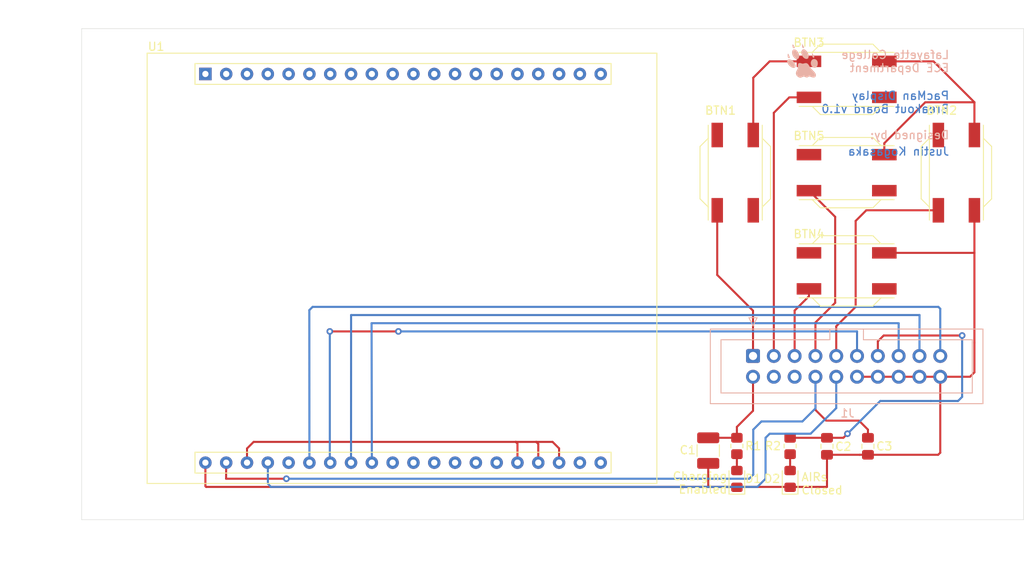
<source format=kicad_pcb>
(kicad_pcb (version 20171130) (host pcbnew "(5.1.10)-1")

  (general
    (thickness 1.6)
    (drawings 16)
    (tracks 125)
    (zones 0)
    (modules 19)
    (nets 49)
  )

  (page A)
  (title_block
    (title "PacMan Display")
    (rev 1.0)
    (company "Lafayette College")
  )

  (layers
    (0 F.Cu signal)
    (31 B.Cu signal)
    (32 B.Adhes user)
    (33 F.Adhes user)
    (34 B.Paste user)
    (35 F.Paste user)
    (36 B.SilkS user)
    (37 F.SilkS user)
    (38 B.Mask user)
    (39 F.Mask user)
    (40 Dwgs.User user)
    (41 Cmts.User user)
    (42 Eco1.User user)
    (43 Eco2.User user)
    (44 Edge.Cuts user)
    (45 Margin user)
    (46 B.CrtYd user)
    (47 F.CrtYd user)
    (48 B.Fab user)
    (49 F.Fab user hide)
  )

  (setup
    (last_trace_width 0.25)
    (trace_clearance 0.25)
    (zone_clearance 0.508)
    (zone_45_only no)
    (trace_min 0.2)
    (via_size 0.8)
    (via_drill 0.4)
    (via_min_size 0.4)
    (via_min_drill 0.3)
    (uvia_size 0.3)
    (uvia_drill 0.1)
    (uvias_allowed no)
    (uvia_min_size 0.2)
    (uvia_min_drill 0.1)
    (edge_width 0.05)
    (segment_width 0.2)
    (pcb_text_width 0.3)
    (pcb_text_size 1.5 1.5)
    (mod_edge_width 0.12)
    (mod_text_size 1 1)
    (mod_text_width 0.15)
    (pad_size 1.524 1.524)
    (pad_drill 0.762)
    (pad_to_mask_clearance 0)
    (aux_axis_origin 0 0)
    (grid_origin 75.184 47.498)
    (visible_elements 7FFDFFFF)
    (pcbplotparams
      (layerselection 0x010f0_ffffffff)
      (usegerberextensions false)
      (usegerberattributes true)
      (usegerberadvancedattributes true)
      (creategerberjobfile true)
      (excludeedgelayer true)
      (linewidth 0.100000)
      (plotframeref false)
      (viasonmask false)
      (mode 1)
      (useauxorigin false)
      (hpglpennumber 1)
      (hpglpenspeed 20)
      (hpglpendiameter 15.000000)
      (psnegative false)
      (psa4output false)
      (plotreference true)
      (plotvalue true)
      (plotinvisibletext false)
      (padsonsilk false)
      (subtractmaskfromsilk false)
      (outputformat 1)
      (mirror false)
      (drillshape 0)
      (scaleselection 1)
      (outputdirectory "gerber"))
  )

  (net 0 "")
  (net 1 GND)
  (net 2 /BTN_LEFT)
  (net 3 /BTN_RIGHT)
  (net 4 /BTN_UP)
  (net 5 /BTN_DOWN)
  (net 6 /BTN_CENTER)
  (net 7 +24V)
  (net 8 +3V3)
  (net 9 "Net-(D1-Pad2)")
  (net 10 /DISP_RST)
  (net 11 /DISP_DC)
  (net 12 /DISP_CS)
  (net 13 /DISP_MOSI)
  (net 14 /DISP_CLK)
  (net 15 "Net-(U1-Pad25)")
  (net 16 "Net-(U1-Pad33)")
  (net 17 "Net-(U1-Pad35)")
  (net 18 "Net-(U1-Pad32)")
  (net 19 "Net-(U1-Pad31)")
  (net 20 "Net-(U1-Pad30)")
  (net 21 "Net-(U1-Pad34)")
  (net 22 "Net-(U1-Pad39)")
  (net 23 "Net-(U1-Pad40)")
  (net 24 /DISP_3V3)
  (net 25 "Net-(J1-Pad6)")
  (net 26 "Net-(U1-Pad20)")
  (net 27 "Net-(U1-Pad19)")
  (net 28 "Net-(U1-Pad18)")
  (net 29 "Net-(U1-Pad17)")
  (net 30 "Net-(U1-Pad16)")
  (net 31 "Net-(U1-Pad15)")
  (net 32 "Net-(U1-Pad14)")
  (net 33 "Net-(U1-Pad13)")
  (net 34 "Net-(U1-Pad12)")
  (net 35 "Net-(U1-Pad11)")
  (net 36 "Net-(U1-Pad10)")
  (net 37 "Net-(U1-Pad9)")
  (net 38 "Net-(U1-Pad8)")
  (net 39 "Net-(U1-Pad7)")
  (net 40 "Net-(U1-Pad6)")
  (net 41 "Net-(U1-Pad5)")
  (net 42 "Net-(U1-Pad4)")
  (net 43 "Net-(U1-Pad3)")
  (net 44 "Net-(U1-Pad2)")
  (net 45 "Net-(U1-Pad1)")
  (net 46 /TS_ACTIVE)
  (net 47 "Net-(D2-Pad2)")
  (net 48 "Net-(J1-Pad4)")

  (net_class Default "This is the default net class."
    (clearance 0.25)
    (trace_width 0.25)
    (via_dia 0.8)
    (via_drill 0.4)
    (uvia_dia 0.3)
    (uvia_drill 0.1)
    (add_net +24V)
    (add_net +3V3)
    (add_net /BTN_CENTER)
    (add_net /BTN_DOWN)
    (add_net /BTN_LEFT)
    (add_net /BTN_RIGHT)
    (add_net /BTN_UP)
    (add_net /DISP_3V3)
    (add_net /DISP_CLK)
    (add_net /DISP_CS)
    (add_net /DISP_DC)
    (add_net /DISP_MOSI)
    (add_net /DISP_RST)
    (add_net /TS_ACTIVE)
    (add_net GND)
    (add_net "Net-(D1-Pad2)")
    (add_net "Net-(D2-Pad2)")
    (add_net "Net-(J1-Pad4)")
    (add_net "Net-(J1-Pad6)")
    (add_net "Net-(U1-Pad1)")
    (add_net "Net-(U1-Pad10)")
    (add_net "Net-(U1-Pad11)")
    (add_net "Net-(U1-Pad12)")
    (add_net "Net-(U1-Pad13)")
    (add_net "Net-(U1-Pad14)")
    (add_net "Net-(U1-Pad15)")
    (add_net "Net-(U1-Pad16)")
    (add_net "Net-(U1-Pad17)")
    (add_net "Net-(U1-Pad18)")
    (add_net "Net-(U1-Pad19)")
    (add_net "Net-(U1-Pad2)")
    (add_net "Net-(U1-Pad20)")
    (add_net "Net-(U1-Pad25)")
    (add_net "Net-(U1-Pad3)")
    (add_net "Net-(U1-Pad30)")
    (add_net "Net-(U1-Pad31)")
    (add_net "Net-(U1-Pad32)")
    (add_net "Net-(U1-Pad33)")
    (add_net "Net-(U1-Pad34)")
    (add_net "Net-(U1-Pad35)")
    (add_net "Net-(U1-Pad39)")
    (add_net "Net-(U1-Pad4)")
    (add_net "Net-(U1-Pad40)")
    (add_net "Net-(U1-Pad5)")
    (add_net "Net-(U1-Pad6)")
    (add_net "Net-(U1-Pad7)")
    (add_net "Net-(U1-Pad8)")
    (add_net "Net-(U1-Pad9)")
  )

  (module Resistor_SMD:R_0805_2012Metric_Pad1.20x1.40mm_HandSolder (layer F.Cu) (tedit 5F68FEEE) (tstamp 6228306A)
    (at 168.684 119.498 270)
    (descr "Resistor SMD 0805 (2012 Metric), square (rectangular) end terminal, IPC_7351 nominal with elongated pad for handsoldering. (Body size source: IPC-SM-782 page 72, https://www.pcb-3d.com/wordpress/wp-content/uploads/ipc-sm-782a_amendment_1_and_2.pdf), generated with kicad-footprint-generator")
    (tags "resistor handsolder")
    (path /6229C475)
    (attr smd)
    (fp_text reference R2 (at 0 2.1 180) (layer F.SilkS)
      (effects (font (size 1 1) (thickness 0.15)))
    )
    (fp_text value 270 (at 0 1.65 90) (layer F.Fab)
      (effects (font (size 1 1) (thickness 0.15)))
    )
    (fp_line (start -1 0.625) (end -1 -0.625) (layer F.Fab) (width 0.1))
    (fp_line (start -1 -0.625) (end 1 -0.625) (layer F.Fab) (width 0.1))
    (fp_line (start 1 -0.625) (end 1 0.625) (layer F.Fab) (width 0.1))
    (fp_line (start 1 0.625) (end -1 0.625) (layer F.Fab) (width 0.1))
    (fp_line (start -0.227064 -0.735) (end 0.227064 -0.735) (layer F.SilkS) (width 0.12))
    (fp_line (start -0.227064 0.735) (end 0.227064 0.735) (layer F.SilkS) (width 0.12))
    (fp_line (start -1.85 0.95) (end -1.85 -0.95) (layer F.CrtYd) (width 0.05))
    (fp_line (start -1.85 -0.95) (end 1.85 -0.95) (layer F.CrtYd) (width 0.05))
    (fp_line (start 1.85 -0.95) (end 1.85 0.95) (layer F.CrtYd) (width 0.05))
    (fp_line (start 1.85 0.95) (end -1.85 0.95) (layer F.CrtYd) (width 0.05))
    (fp_text user %R (at 0 0 90) (layer F.Fab)
      (effects (font (size 0.5 0.5) (thickness 0.08)))
    )
    (pad 2 smd roundrect (at 1 0 270) (size 1.2 1.4) (layers F.Cu F.Paste F.Mask) (roundrect_rratio 0.2083325)
      (net 47 "Net-(D2-Pad2)"))
    (pad 1 smd roundrect (at -1 0 270) (size 1.2 1.4) (layers F.Cu F.Paste F.Mask) (roundrect_rratio 0.2083325)
      (net 46 /TS_ACTIVE))
    (model ${KISYS3DMOD}/Resistor_SMD.3dshapes/R_0805_2012Metric.wrl
      (at (xyz 0 0 0))
      (scale (xyz 1 1 1))
      (rotate (xyz 0 0 0))
    )
  )

  (module LED_SMD:LED_0805_2012Metric_Pad1.15x1.40mm_HandSolder (layer F.Cu) (tedit 5F68FEF1) (tstamp 62282F79)
    (at 168.684 123.523 90)
    (descr "LED SMD 0805 (2012 Metric), square (rectangular) end terminal, IPC_7351 nominal, (Body size source: https://docs.google.com/spreadsheets/d/1BsfQQcO9C6DZCsRaXUlFlo91Tg2WpOkGARC1WS5S8t0/edit?usp=sharing), generated with kicad-footprint-generator")
    (tags "LED handsolder")
    (path /6229B203)
    (attr smd)
    (fp_text reference D2 (at 0.025 -2.2 180) (layer F.SilkS)
      (effects (font (size 1 1) (thickness 0.15)))
    )
    (fp_text value LED_Green (at 0 1.65 90) (layer F.Fab)
      (effects (font (size 1 1) (thickness 0.15)))
    )
    (fp_line (start 1 -0.6) (end -0.7 -0.6) (layer F.Fab) (width 0.1))
    (fp_line (start -0.7 -0.6) (end -1 -0.3) (layer F.Fab) (width 0.1))
    (fp_line (start -1 -0.3) (end -1 0.6) (layer F.Fab) (width 0.1))
    (fp_line (start -1 0.6) (end 1 0.6) (layer F.Fab) (width 0.1))
    (fp_line (start 1 0.6) (end 1 -0.6) (layer F.Fab) (width 0.1))
    (fp_line (start 1 -0.96) (end -1.86 -0.96) (layer F.SilkS) (width 0.12))
    (fp_line (start -1.86 -0.96) (end -1.86 0.96) (layer F.SilkS) (width 0.12))
    (fp_line (start -1.86 0.96) (end 1 0.96) (layer F.SilkS) (width 0.12))
    (fp_line (start -1.85 0.95) (end -1.85 -0.95) (layer F.CrtYd) (width 0.05))
    (fp_line (start -1.85 -0.95) (end 1.85 -0.95) (layer F.CrtYd) (width 0.05))
    (fp_line (start 1.85 -0.95) (end 1.85 0.95) (layer F.CrtYd) (width 0.05))
    (fp_line (start 1.85 0.95) (end -1.85 0.95) (layer F.CrtYd) (width 0.05))
    (fp_text user %R (at 0 0 90) (layer F.Fab)
      (effects (font (size 0.5 0.5) (thickness 0.08)))
    )
    (pad 2 smd roundrect (at 1.025 0 90) (size 1.15 1.4) (layers F.Cu F.Paste F.Mask) (roundrect_rratio 0.2173904347826087)
      (net 47 "Net-(D2-Pad2)"))
    (pad 1 smd roundrect (at -1.025 0 90) (size 1.15 1.4) (layers F.Cu F.Paste F.Mask) (roundrect_rratio 0.2173904347826087)
      (net 1 GND))
    (model ${KISYS3DMOD}/LED_SMD.3dshapes/LED_0805_2012Metric.wrl
      (at (xyz 0 0 0))
      (scale (xyz 1 1 1))
      (rotate (xyz 0 0 0))
    )
  )

  (module LED_SMD:LED_0805_2012Metric_Pad1.15x1.40mm_HandSolder (layer F.Cu) (tedit 5F68FEF1) (tstamp 62281E05)
    (at 162.184 123.523 90)
    (descr "LED SMD 0805 (2012 Metric), square (rectangular) end terminal, IPC_7351 nominal, (Body size source: https://docs.google.com/spreadsheets/d/1BsfQQcO9C6DZCsRaXUlFlo91Tg2WpOkGARC1WS5S8t0/edit?usp=sharing), generated with kicad-footprint-generator")
    (tags "LED handsolder")
    (path /622AAB49)
    (attr smd)
    (fp_text reference D1 (at 0.025 2 180) (layer F.SilkS)
      (effects (font (size 1 1) (thickness 0.15)))
    )
    (fp_text value LED_Orange (at 0 1.65 90) (layer F.Fab)
      (effects (font (size 1 1) (thickness 0.15)))
    )
    (fp_line (start 1 -0.6) (end -0.7 -0.6) (layer F.Fab) (width 0.1))
    (fp_line (start -0.7 -0.6) (end -1 -0.3) (layer F.Fab) (width 0.1))
    (fp_line (start -1 -0.3) (end -1 0.6) (layer F.Fab) (width 0.1))
    (fp_line (start -1 0.6) (end 1 0.6) (layer F.Fab) (width 0.1))
    (fp_line (start 1 0.6) (end 1 -0.6) (layer F.Fab) (width 0.1))
    (fp_line (start 1 -0.96) (end -1.86 -0.96) (layer F.SilkS) (width 0.12))
    (fp_line (start -1.86 -0.96) (end -1.86 0.96) (layer F.SilkS) (width 0.12))
    (fp_line (start -1.86 0.96) (end 1 0.96) (layer F.SilkS) (width 0.12))
    (fp_line (start -1.85 0.95) (end -1.85 -0.95) (layer F.CrtYd) (width 0.05))
    (fp_line (start -1.85 -0.95) (end 1.85 -0.95) (layer F.CrtYd) (width 0.05))
    (fp_line (start 1.85 -0.95) (end 1.85 0.95) (layer F.CrtYd) (width 0.05))
    (fp_line (start 1.85 0.95) (end -1.85 0.95) (layer F.CrtYd) (width 0.05))
    (fp_text user %R (at 0 0 90) (layer F.Fab)
      (effects (font (size 0.5 0.5) (thickness 0.08)))
    )
    (pad 2 smd roundrect (at 1.025 0 90) (size 1.15 1.4) (layers F.Cu F.Paste F.Mask) (roundrect_rratio 0.2173904347826087)
      (net 9 "Net-(D1-Pad2)"))
    (pad 1 smd roundrect (at -1.025 0 90) (size 1.15 1.4) (layers F.Cu F.Paste F.Mask) (roundrect_rratio 0.2173904347826087)
      (net 1 GND))
    (model ${KISYS3DMOD}/LED_SMD.3dshapes/LED_0805_2012Metric.wrl
      (at (xyz 0 0 0))
      (scale (xyz 1 1 1))
      (rotate (xyz 0 0 0))
    )
  )

  (module Capacitor_SMD:C_0805_2012Metric_Pad1.18x1.45mm_HandSolder (layer F.Cu) (tedit 5F68FEEF) (tstamp 6228DF1D)
    (at 178.184 119.5355 270)
    (descr "Capacitor SMD 0805 (2012 Metric), square (rectangular) end terminal, IPC_7351 nominal with elongated pad for handsoldering. (Body size source: IPC-SM-782 page 76, https://www.pcb-3d.com/wordpress/wp-content/uploads/ipc-sm-782a_amendment_1_and_2.pdf, https://docs.google.com/spreadsheets/d/1BsfQQcO9C6DZCsRaXUlFlo91Tg2WpOkGARC1WS5S8t0/edit?usp=sharing), generated with kicad-footprint-generator")
    (tags "capacitor handsolder")
    (path /622BA2E2)
    (attr smd)
    (fp_text reference C3 (at 0 -2 180) (layer F.SilkS)
      (effects (font (size 1 1) (thickness 0.15)))
    )
    (fp_text value 0.1u/50V (at 0 1.68 90) (layer F.Fab)
      (effects (font (size 1 1) (thickness 0.15)))
    )
    (fp_line (start -1 0.625) (end -1 -0.625) (layer F.Fab) (width 0.1))
    (fp_line (start -1 -0.625) (end 1 -0.625) (layer F.Fab) (width 0.1))
    (fp_line (start 1 -0.625) (end 1 0.625) (layer F.Fab) (width 0.1))
    (fp_line (start 1 0.625) (end -1 0.625) (layer F.Fab) (width 0.1))
    (fp_line (start -0.261252 -0.735) (end 0.261252 -0.735) (layer F.SilkS) (width 0.12))
    (fp_line (start -0.261252 0.735) (end 0.261252 0.735) (layer F.SilkS) (width 0.12))
    (fp_line (start -1.88 0.98) (end -1.88 -0.98) (layer F.CrtYd) (width 0.05))
    (fp_line (start -1.88 -0.98) (end 1.88 -0.98) (layer F.CrtYd) (width 0.05))
    (fp_line (start 1.88 -0.98) (end 1.88 0.98) (layer F.CrtYd) (width 0.05))
    (fp_line (start 1.88 0.98) (end -1.88 0.98) (layer F.CrtYd) (width 0.05))
    (fp_text user %R (at 0 0 90) (layer F.Fab)
      (effects (font (size 0.5 0.5) (thickness 0.08)))
    )
    (pad 2 smd roundrect (at 1.0375 0 270) (size 1.175 1.45) (layers F.Cu F.Paste F.Mask) (roundrect_rratio 0.2127659574468085)
      (net 1 GND))
    (pad 1 smd roundrect (at -1.0375 0 270) (size 1.175 1.45) (layers F.Cu F.Paste F.Mask) (roundrect_rratio 0.2127659574468085)
      (net 8 +3V3))
    (model ${KISYS3DMOD}/Capacitor_SMD.3dshapes/C_0805_2012Metric.wrl
      (at (xyz 0 0 0))
      (scale (xyz 1 1 1))
      (rotate (xyz 0 0 0))
    )
  )

  (module Lafayette_Electric_Car_Footprints:TFT_LCD_2.4in (layer F.Cu) (tedit 6227BB6C) (tstamp 6228157B)
    (at 90.184 71.498)
    (path /6226925D)
    (fp_text reference U1 (at 1.1 -0.8) (layer F.SilkS)
      (effects (font (size 1 1) (thickness 0.15)))
    )
    (fp_text value TFT_LCD_2.4in (at 0 -0.5) (layer F.Fab)
      (effects (font (size 1 1) (thickness 0.15)))
    )
    (fp_line (start 0 0) (end 62.23 0) (layer F.SilkS) (width 0.12))
    (fp_line (start 62.23 0) (end 62.23 52.578) (layer F.SilkS) (width 0.12))
    (fp_line (start 0 52.578) (end 62.23 52.578) (layer F.SilkS) (width 0.12))
    (fp_line (start 0 0) (end 0 52.578) (layer F.SilkS) (width 0.12))
    (fp_line (start 5.842 1.27) (end 5.842 3.81) (layer F.SilkS) (width 0.12))
    (fp_line (start 5.842 3.81) (end 56.642 3.81) (layer F.SilkS) (width 0.12))
    (fp_line (start 56.642 3.81) (end 56.642 1.27) (layer F.SilkS) (width 0.12))
    (fp_line (start 56.642 1.27) (end 5.842 1.27) (layer F.SilkS) (width 0.12))
    (fp_line (start 56.642 48.768) (end 5.842 48.768) (layer F.SilkS) (width 0.12))
    (fp_line (start 5.842 48.768) (end 5.842 51.308) (layer F.SilkS) (width 0.12))
    (fp_line (start 5.842 51.308) (end 56.642 51.308) (layer F.SilkS) (width 0.12))
    (fp_line (start 56.642 51.308) (end 56.642 48.768) (layer F.SilkS) (width 0.12))
    (pad 40 thru_hole circle (at 55.372 50.038) (size 1.524 1.524) (drill 0.762) (layers *.Cu *.Mask)
      (net 23 "Net-(U1-Pad40)"))
    (pad 39 thru_hole circle (at 52.832 50.038) (size 1.524 1.524) (drill 0.762) (layers *.Cu *.Mask)
      (net 22 "Net-(U1-Pad39)"))
    (pad 38 thru_hole circle (at 50.292 50.038) (size 1.524 1.524) (drill 0.762) (layers *.Cu *.Mask)
      (net 24 /DISP_3V3))
    (pad 37 thru_hole circle (at 47.752 50.038) (size 1.524 1.524) (drill 0.762) (layers *.Cu *.Mask)
      (net 24 /DISP_3V3))
    (pad 36 thru_hole circle (at 45.212 50.038) (size 1.524 1.524) (drill 0.762) (layers *.Cu *.Mask)
      (net 24 /DISP_3V3))
    (pad 35 thru_hole circle (at 42.672 50.038) (size 1.524 1.524) (drill 0.762) (layers *.Cu *.Mask)
      (net 17 "Net-(U1-Pad35)"))
    (pad 34 thru_hole circle (at 40.132 50.038) (size 1.524 1.524) (drill 0.762) (layers *.Cu *.Mask)
      (net 21 "Net-(U1-Pad34)"))
    (pad 33 thru_hole circle (at 37.592 50.038) (size 1.524 1.524) (drill 0.762) (layers *.Cu *.Mask)
      (net 16 "Net-(U1-Pad33)"))
    (pad 32 thru_hole circle (at 35.052 50.038) (size 1.524 1.524) (drill 0.762) (layers *.Cu *.Mask)
      (net 18 "Net-(U1-Pad32)"))
    (pad 31 thru_hole circle (at 32.512 50.038) (size 1.524 1.524) (drill 0.762) (layers *.Cu *.Mask)
      (net 19 "Net-(U1-Pad31)"))
    (pad 30 thru_hole circle (at 29.972 50.038) (size 1.524 1.524) (drill 0.762) (layers *.Cu *.Mask)
      (net 20 "Net-(U1-Pad30)"))
    (pad 29 thru_hole circle (at 27.432 50.038) (size 1.524 1.524) (drill 0.762) (layers *.Cu *.Mask)
      (net 10 /DISP_RST))
    (pad 28 thru_hole circle (at 24.892 50.038) (size 1.524 1.524) (drill 0.762) (layers *.Cu *.Mask)
      (net 11 /DISP_DC))
    (pad 27 thru_hole circle (at 22.352 50.038) (size 1.524 1.524) (drill 0.762) (layers *.Cu *.Mask)
      (net 12 /DISP_CS))
    (pad 26 thru_hole circle (at 19.812 50.038) (size 1.524 1.524) (drill 0.762) (layers *.Cu *.Mask)
      (net 13 /DISP_MOSI))
    (pad 25 thru_hole circle (at 17.272 50.038) (size 1.524 1.524) (drill 0.762) (layers *.Cu *.Mask)
      (net 15 "Net-(U1-Pad25)"))
    (pad 24 thru_hole circle (at 14.732 50.038) (size 1.524 1.524) (drill 0.762) (layers *.Cu *.Mask)
      (net 14 /DISP_CLK))
    (pad 23 thru_hole circle (at 12.192 50.038) (size 1.524 1.524) (drill 0.762) (layers *.Cu *.Mask)
      (net 24 /DISP_3V3))
    (pad 22 thru_hole circle (at 9.652 50.038) (size 1.524 1.524) (drill 0.762) (layers *.Cu *.Mask)
      (net 8 +3V3))
    (pad 21 thru_hole circle (at 7.112 50.038) (size 1.524 1.524) (drill 0.762) (layers *.Cu *.Mask)
      (net 1 GND))
    (pad 20 thru_hole circle (at 55.372 2.54) (size 1.524 1.524) (drill 0.762) (layers *.Cu *.Mask)
      (net 26 "Net-(U1-Pad20)"))
    (pad 19 thru_hole circle (at 52.832 2.54) (size 1.524 1.524) (drill 0.762) (layers *.Cu *.Mask)
      (net 27 "Net-(U1-Pad19)"))
    (pad 18 thru_hole circle (at 50.292 2.54) (size 1.524 1.524) (drill 0.762) (layers *.Cu *.Mask)
      (net 28 "Net-(U1-Pad18)"))
    (pad 17 thru_hole circle (at 47.752 2.54) (size 1.524 1.524) (drill 0.762) (layers *.Cu *.Mask)
      (net 29 "Net-(U1-Pad17)"))
    (pad 16 thru_hole circle (at 45.212 2.54) (size 1.524 1.524) (drill 0.762) (layers *.Cu *.Mask)
      (net 30 "Net-(U1-Pad16)"))
    (pad 15 thru_hole circle (at 42.672 2.54) (size 1.524 1.524) (drill 0.762) (layers *.Cu *.Mask)
      (net 31 "Net-(U1-Pad15)"))
    (pad 14 thru_hole circle (at 40.132 2.54) (size 1.524 1.524) (drill 0.762) (layers *.Cu *.Mask)
      (net 32 "Net-(U1-Pad14)"))
    (pad 13 thru_hole circle (at 37.592 2.54) (size 1.524 1.524) (drill 0.762) (layers *.Cu *.Mask)
      (net 33 "Net-(U1-Pad13)"))
    (pad 12 thru_hole circle (at 35.052 2.54) (size 1.524 1.524) (drill 0.762) (layers *.Cu *.Mask)
      (net 34 "Net-(U1-Pad12)"))
    (pad 11 thru_hole circle (at 32.512 2.54) (size 1.524 1.524) (drill 0.762) (layers *.Cu *.Mask)
      (net 35 "Net-(U1-Pad11)"))
    (pad 10 thru_hole circle (at 29.972 2.54) (size 1.524 1.524) (drill 0.762) (layers *.Cu *.Mask)
      (net 36 "Net-(U1-Pad10)"))
    (pad 9 thru_hole circle (at 27.432 2.54) (size 1.524 1.524) (drill 0.762) (layers *.Cu *.Mask)
      (net 37 "Net-(U1-Pad9)"))
    (pad 8 thru_hole circle (at 24.892 2.54) (size 1.524 1.524) (drill 0.762) (layers *.Cu *.Mask)
      (net 38 "Net-(U1-Pad8)"))
    (pad 7 thru_hole circle (at 22.352 2.54) (size 1.524 1.524) (drill 0.762) (layers *.Cu *.Mask)
      (net 39 "Net-(U1-Pad7)"))
    (pad 6 thru_hole circle (at 19.812 2.54) (size 1.524 1.524) (drill 0.762) (layers *.Cu *.Mask)
      (net 40 "Net-(U1-Pad6)"))
    (pad 5 thru_hole circle (at 17.272 2.54) (size 1.524 1.524) (drill 0.762) (layers *.Cu *.Mask)
      (net 41 "Net-(U1-Pad5)"))
    (pad 4 thru_hole circle (at 14.732 2.54) (size 1.524 1.524) (drill 0.762) (layers *.Cu *.Mask)
      (net 42 "Net-(U1-Pad4)"))
    (pad 3 thru_hole circle (at 12.192 2.54) (size 1.524 1.524) (drill 0.762) (layers *.Cu *.Mask)
      (net 43 "Net-(U1-Pad3)"))
    (pad 2 thru_hole circle (at 9.652 2.54) (size 1.524 1.524) (drill 0.762) (layers *.Cu *.Mask)
      (net 44 "Net-(U1-Pad2)"))
    (pad 1 thru_hole rect (at 7.112 2.54) (size 1.524 1.524) (drill 0.762) (layers *.Cu *.Mask)
      (net 45 "Net-(U1-Pad1)"))
  )

  (module Resistor_SMD:R_0805_2012Metric_Pad1.20x1.40mm_HandSolder (layer F.Cu) (tedit 5F68FEEE) (tstamp 62281E94)
    (at 162.184 119.498 270)
    (descr "Resistor SMD 0805 (2012 Metric), square (rectangular) end terminal, IPC_7351 nominal with elongated pad for handsoldering. (Body size source: IPC-SM-782 page 72, https://www.pcb-3d.com/wordpress/wp-content/uploads/ipc-sm-782a_amendment_1_and_2.pdf), generated with kicad-footprint-generator")
    (tags "resistor handsolder")
    (path /622AB792)
    (attr smd)
    (fp_text reference R1 (at 0 -2 180) (layer F.SilkS)
      (effects (font (size 1 1) (thickness 0.15)))
    )
    (fp_text value 1k (at 0 1.65 90) (layer F.Fab)
      (effects (font (size 1 1) (thickness 0.15)))
    )
    (fp_line (start -1 0.625) (end -1 -0.625) (layer F.Fab) (width 0.1))
    (fp_line (start -1 -0.625) (end 1 -0.625) (layer F.Fab) (width 0.1))
    (fp_line (start 1 -0.625) (end 1 0.625) (layer F.Fab) (width 0.1))
    (fp_line (start 1 0.625) (end -1 0.625) (layer F.Fab) (width 0.1))
    (fp_line (start -0.227064 -0.735) (end 0.227064 -0.735) (layer F.SilkS) (width 0.12))
    (fp_line (start -0.227064 0.735) (end 0.227064 0.735) (layer F.SilkS) (width 0.12))
    (fp_line (start -1.85 0.95) (end -1.85 -0.95) (layer F.CrtYd) (width 0.05))
    (fp_line (start -1.85 -0.95) (end 1.85 -0.95) (layer F.CrtYd) (width 0.05))
    (fp_line (start 1.85 -0.95) (end 1.85 0.95) (layer F.CrtYd) (width 0.05))
    (fp_line (start 1.85 0.95) (end -1.85 0.95) (layer F.CrtYd) (width 0.05))
    (fp_text user %R (at 0 0 90) (layer F.Fab)
      (effects (font (size 0.5 0.5) (thickness 0.08)))
    )
    (pad 2 smd roundrect (at 1 0 270) (size 1.2 1.4) (layers F.Cu F.Paste F.Mask) (roundrect_rratio 0.2083325)
      (net 9 "Net-(D1-Pad2)"))
    (pad 1 smd roundrect (at -1 0 270) (size 1.2 1.4) (layers F.Cu F.Paste F.Mask) (roundrect_rratio 0.2083325)
      (net 7 +24V))
    (model ${KISYS3DMOD}/Resistor_SMD.3dshapes/R_0805_2012Metric.wrl
      (at (xyz 0 0 0))
      (scale (xyz 1 1 1))
      (rotate (xyz 0 0 0))
    )
  )

  (module Lafayette_Electric_Car_Footprints:Paw (layer B.Cu) (tedit 0) (tstamp 62281E83)
    (at 170.184 72.498 180)
    (path /6240A0CD)
    (fp_text reference LOGO1 (at 0 0) (layer B.SilkS) hide
      (effects (font (size 1.524 1.524) (thickness 0.3)) (justify mirror))
    )
    (fp_text value LeopardPawLogo (at 0.75 0) (layer B.SilkS) hide
      (effects (font (size 1.524 1.524) (thickness 0.3)) (justify mirror))
    )
    (fp_poly (pts (xy 0.394771 -0.213705) (xy 0.498966 -0.268517) (xy 0.499294 -0.26891) (xy 0.528154 -0.354021)
      (xy 0.543382 -0.501514) (xy 0.543614 -0.61181) (xy 0.548693 -0.807327) (xy 0.588884 -0.950285)
      (xy 0.650815 -1.053617) (xy 0.769051 -1.286076) (xy 0.792769 -1.509766) (xy 0.723357 -1.712177)
      (xy 0.562203 -1.8808) (xy 0.5588 -1.883216) (xy 0.382639 -1.981867) (xy 0.22699 -1.999624)
      (xy 0.055255 -1.939619) (xy 0.033415 -1.928193) (xy -0.09571 -1.865965) (xy -0.185546 -1.853399)
      (xy -0.283437 -1.887084) (xy -0.316105 -1.903025) (xy -0.484969 -1.969275) (xy -0.609754 -1.966904)
      (xy -0.719145 -1.89781) (xy -0.784395 -1.849654) (xy -0.854078 -1.841624) (xy -0.965234 -1.873721)
      (xy -1.029644 -1.89781) (xy -1.267427 -1.96867) (xy -1.441395 -1.97149) (xy -1.563991 -1.905367)
      (xy -1.603606 -1.856131) (xy -1.654757 -1.698118) (xy -1.612856 -1.518752) (xy -1.476539 -1.314913)
      (xy -1.279468 -1.114684) (xy -1.107106 -0.937233) (xy -0.944924 -0.734112) (xy -0.8382 -0.567179)
      (xy -0.705787 -0.359751) (xy -0.569408 -0.243904) (xy -0.411162 -0.210579) (xy -0.21315 -0.250716)
      (xy -0.21299 -0.250769) (xy -0.0513 -0.288578) (xy 0.064385 -0.272236) (xy 0.090928 -0.259711)
      (xy 0.24474 -0.210454) (xy 0.394771 -0.213705)) (layer B.SilkS) (width 0.01))
    (fp_poly (pts (xy -1.321196 0.274652) (xy -1.179499 0.188576) (xy -1.079788 0.045613) (xy -1.029147 -0.133825)
      (xy -1.034655 -0.329322) (xy -1.103395 -0.520466) (xy -1.181463 -0.628483) (xy -1.347842 -0.757342)
      (xy -1.52089 -0.784973) (xy -1.607465 -0.761954) (xy -1.761078 -0.648412) (xy -1.853403 -0.460379)
      (xy -1.8796 -0.245529) (xy -1.84049 -0.010204) (xy -1.728902 0.165438) (xy -1.55345 0.269461)
      (xy -1.497799 0.283425) (xy -1.321196 0.274652)) (layer B.SilkS) (width 0.01))
    (fp_poly (pts (xy 1.757124 0.219695) (xy 1.842144 0.126964) (xy 1.864955 -0.00891) (xy 1.829417 -0.172648)
      (xy 1.739389 -0.348968) (xy 1.598732 -0.522589) (xy 1.411305 -0.678231) (xy 1.362662 -0.709468)
      (xy 1.158222 -0.798616) (xy 0.990864 -0.795015) (xy 0.892628 -0.732971) (xy 0.829546 -0.641585)
      (xy 0.821654 -0.531092) (xy 0.870476 -0.376484) (xy 0.921141 -0.265473) (xy 1.056211 -0.062719)
      (xy 1.236669 0.105329) (xy 1.434904 0.217728) (xy 1.606034 0.254) (xy 1.757124 0.219695)) (layer B.SilkS) (width 0.01))
    (fp_poly (pts (xy 1.156344 1.401801) (xy 1.234686 1.277915) (xy 1.265928 1.103991) (xy 1.241829 0.892673)
      (xy 1.161465 0.671475) (xy 1.057206 0.511947) (xy 0.919834 0.372806) (xy 0.778178 0.27927)
      (xy 0.684403 0.25419) (xy 0.606921 0.280917) (xy 0.519303 0.333081) (xy 0.429282 0.453381)
      (xy 0.398649 0.628142) (xy 0.422572 0.833095) (xy 0.496218 1.043972) (xy 0.614755 1.236505)
      (xy 0.721166 1.346791) (xy 0.891341 1.448883) (xy 1.039148 1.463005) (xy 1.156344 1.401801)) (layer B.SilkS) (width 0.01))
    (fp_poly (pts (xy -0.084178 1.478921) (xy 0.023992 1.396165) (xy 0.107954 1.265426) (xy 0.129502 1.201914)
      (xy 0.13388 1.015102) (xy 0.076014 0.79888) (xy -0.030632 0.591594) (xy -0.126472 0.472969)
      (xy -0.285165 0.356224) (xy -0.450891 0.301402) (xy -0.598184 0.311559) (xy -0.701583 0.389748)
      (xy -0.709413 0.403061) (xy -0.763076 0.603375) (xy -0.739749 0.829566) (xy -0.650941 1.057602)
      (xy -0.508158 1.263451) (xy -0.322907 1.423082) (xy -0.189348 1.489182) (xy -0.084178 1.478921)) (layer B.SilkS) (width 0.01))
    (fp_poly (pts (xy -1.170692 0.862693) (xy -1.194134 0.671596) (xy -1.251787 0.527226) (xy -1.332694 0.450747)
      (xy -1.386412 0.445932) (xy -1.446894 0.494952) (xy -1.433789 0.602847) (xy -1.346226 0.773309)
      (xy -1.288228 0.862693) (xy -1.1684 1.039585) (xy -1.170692 0.862693)) (layer B.SilkS) (width 0.01))
    (fp_poly (pts (xy 1.780178 0.884419) (xy 1.784323 0.873383) (xy 1.803073 0.751267) (xy 1.795674 0.597816)
      (xy 1.794034 0.587126) (xy 1.76162 0.463547) (xy 1.703446 0.413232) (xy 1.640929 0.4064)
      (xy 1.55275 0.42086) (xy 1.541798 0.483456) (xy 1.551627 0.5207) (xy 1.5969 0.645761)
      (xy 1.660431 0.795507) (xy 1.665692 0.806958) (xy 1.719341 0.913408) (xy 1.75162 0.935934)
      (xy 1.780178 0.884419)) (layer B.SilkS) (width 0.01))
    (fp_poly (pts (xy 1.207446 2.041624) (xy 1.214136 1.9431) (xy 1.192417 1.748332) (xy 1.141257 1.642971)
      (xy 1.055268 1.617715) (xy 1.028599 1.622602) (xy 0.914199 1.651) (xy 1.021208 1.8669)
      (xy 1.10754 2.016467) (xy 1.171024 2.075263) (xy 1.207446 2.041624)) (layer B.SilkS) (width 0.01))
    (fp_poly (pts (xy 0.038417 1.905) (xy 0.024434 1.750995) (xy -0.005504 1.671433) (xy -0.064167 1.639205)
      (xy -0.0889 1.634767) (xy -0.181153 1.646284) (xy -0.20294 1.685567) (xy -0.177366 1.766325)
      (xy -0.113011 1.893048) (xy -0.075623 1.9558) (xy 0.051434 2.159) (xy 0.038417 1.905)) (layer B.SilkS) (width 0.01))
  )

  (module Connector_IDC:IDC-Header_2x10_P2.54mm_Vertical (layer B.Cu) (tedit 5EAC9A07) (tstamp 6228024C)
    (at 164.154 108.498 270)
    (descr "Through hole IDC box header, 2x10, 2.54mm pitch, DIN 41651 / IEC 60603-13, double rows, https://docs.google.com/spreadsheets/d/16SsEcesNF15N3Lb4niX7dcUr-NY5_MFPQhobNuNppn4/edit#gid=0")
    (tags "Through hole vertical IDC box header THT 2x10 2.54mm double row")
    (path /6227D548)
    (fp_text reference J1 (at 7 -11.53 180) (layer B.SilkS)
      (effects (font (size 1 1) (thickness 0.15)) (justify mirror))
    )
    (fp_text value IDC-20pin (at 1.27 -28.96 90) (layer B.Fab)
      (effects (font (size 1 1) (thickness 0.15)) (justify mirror))
    )
    (fp_line (start -3.18 4.1) (end -2.18 5.1) (layer B.Fab) (width 0.1))
    (fp_line (start -2.18 5.1) (end 5.72 5.1) (layer B.Fab) (width 0.1))
    (fp_line (start 5.72 5.1) (end 5.72 -27.96) (layer B.Fab) (width 0.1))
    (fp_line (start 5.72 -27.96) (end -3.18 -27.96) (layer B.Fab) (width 0.1))
    (fp_line (start -3.18 -27.96) (end -3.18 4.1) (layer B.Fab) (width 0.1))
    (fp_line (start -3.18 -9.38) (end -1.98 -9.38) (layer B.Fab) (width 0.1))
    (fp_line (start -1.98 -9.38) (end -1.98 3.91) (layer B.Fab) (width 0.1))
    (fp_line (start -1.98 3.91) (end 4.52 3.91) (layer B.Fab) (width 0.1))
    (fp_line (start 4.52 3.91) (end 4.52 -26.77) (layer B.Fab) (width 0.1))
    (fp_line (start 4.52 -26.77) (end -1.98 -26.77) (layer B.Fab) (width 0.1))
    (fp_line (start -1.98 -26.77) (end -1.98 -13.48) (layer B.Fab) (width 0.1))
    (fp_line (start -1.98 -13.48) (end -1.98 -13.48) (layer B.Fab) (width 0.1))
    (fp_line (start -1.98 -13.48) (end -3.18 -13.48) (layer B.Fab) (width 0.1))
    (fp_line (start -3.29 5.21) (end 5.83 5.21) (layer B.SilkS) (width 0.12))
    (fp_line (start 5.83 5.21) (end 5.83 -28.07) (layer B.SilkS) (width 0.12))
    (fp_line (start 5.83 -28.07) (end -3.29 -28.07) (layer B.SilkS) (width 0.12))
    (fp_line (start -3.29 -28.07) (end -3.29 5.21) (layer B.SilkS) (width 0.12))
    (fp_line (start -3.29 -9.38) (end -1.98 -9.38) (layer B.SilkS) (width 0.12))
    (fp_line (start -1.98 -9.38) (end -1.98 3.91) (layer B.SilkS) (width 0.12))
    (fp_line (start -1.98 3.91) (end 4.52 3.91) (layer B.SilkS) (width 0.12))
    (fp_line (start 4.52 3.91) (end 4.52 -26.77) (layer B.SilkS) (width 0.12))
    (fp_line (start 4.52 -26.77) (end -1.98 -26.77) (layer B.SilkS) (width 0.12))
    (fp_line (start -1.98 -26.77) (end -1.98 -13.48) (layer B.SilkS) (width 0.12))
    (fp_line (start -1.98 -13.48) (end -1.98 -13.48) (layer B.SilkS) (width 0.12))
    (fp_line (start -1.98 -13.48) (end -3.29 -13.48) (layer B.SilkS) (width 0.12))
    (fp_line (start -3.68 0) (end -4.68 0.5) (layer B.SilkS) (width 0.12))
    (fp_line (start -4.68 0.5) (end -4.68 -0.5) (layer B.SilkS) (width 0.12))
    (fp_line (start -4.68 -0.5) (end -3.68 0) (layer B.SilkS) (width 0.12))
    (fp_line (start -3.68 5.6) (end -3.68 -28.46) (layer B.CrtYd) (width 0.05))
    (fp_line (start -3.68 -28.46) (end 6.22 -28.46) (layer B.CrtYd) (width 0.05))
    (fp_line (start 6.22 -28.46) (end 6.22 5.6) (layer B.CrtYd) (width 0.05))
    (fp_line (start 6.22 5.6) (end -3.68 5.6) (layer B.CrtYd) (width 0.05))
    (fp_text user %R (at 1.27 -11.43 180) (layer B.Fab)
      (effects (font (size 1 1) (thickness 0.15)) (justify mirror))
    )
    (pad 20 thru_hole circle (at 2.54 -22.86 270) (size 1.7 1.7) (drill 1) (layers *.Cu *.Mask)
      (net 1 GND))
    (pad 18 thru_hole circle (at 2.54 -20.32 270) (size 1.7 1.7) (drill 1) (layers *.Cu *.Mask)
      (net 1 GND))
    (pad 16 thru_hole circle (at 2.54 -17.78 270) (size 1.7 1.7) (drill 1) (layers *.Cu *.Mask)
      (net 1 GND))
    (pad 14 thru_hole circle (at 2.54 -15.24 270) (size 1.7 1.7) (drill 1) (layers *.Cu *.Mask)
      (net 1 GND))
    (pad 12 thru_hole circle (at 2.54 -12.7 270) (size 1.7 1.7) (drill 1) (layers *.Cu *.Mask)
      (net 1 GND))
    (pad 10 thru_hole circle (at 2.54 -10.16 270) (size 1.7 1.7) (drill 1) (layers *.Cu *.Mask)
      (net 14 /DISP_CLK))
    (pad 8 thru_hole circle (at 2.54 -7.62 270) (size 1.7 1.7) (drill 1) (layers *.Cu *.Mask)
      (net 8 +3V3))
    (pad 6 thru_hole circle (at 2.54 -5.08 270) (size 1.7 1.7) (drill 1) (layers *.Cu *.Mask)
      (net 25 "Net-(J1-Pad6)"))
    (pad 4 thru_hole circle (at 2.54 -2.54 270) (size 1.7 1.7) (drill 1) (layers *.Cu *.Mask)
      (net 48 "Net-(J1-Pad4)"))
    (pad 2 thru_hole circle (at 2.54 0 270) (size 1.7 1.7) (drill 1) (layers *.Cu *.Mask)
      (net 7 +24V))
    (pad 19 thru_hole circle (at 0 -22.86 270) (size 1.7 1.7) (drill 1) (layers *.Cu *.Mask)
      (net 13 /DISP_MOSI))
    (pad 17 thru_hole circle (at 0 -20.32 270) (size 1.7 1.7) (drill 1) (layers *.Cu *.Mask)
      (net 11 /DISP_DC))
    (pad 15 thru_hole circle (at 0 -17.78 270) (size 1.7 1.7) (drill 1) (layers *.Cu *.Mask)
      (net 10 /DISP_RST))
    (pad 13 thru_hole circle (at 0 -15.24 270) (size 1.7 1.7) (drill 1) (layers *.Cu *.Mask)
      (net 46 /TS_ACTIVE))
    (pad 11 thru_hole circle (at 0 -12.7 270) (size 1.7 1.7) (drill 1) (layers *.Cu *.Mask)
      (net 12 /DISP_CS))
    (pad 9 thru_hole circle (at 0 -10.16 270) (size 1.7 1.7) (drill 1) (layers *.Cu *.Mask)
      (net 3 /BTN_RIGHT))
    (pad 7 thru_hole circle (at 0 -7.62 270) (size 1.7 1.7) (drill 1) (layers *.Cu *.Mask)
      (net 6 /BTN_CENTER))
    (pad 5 thru_hole circle (at 0 -5.08 270) (size 1.7 1.7) (drill 1) (layers *.Cu *.Mask)
      (net 5 /BTN_DOWN))
    (pad 3 thru_hole circle (at 0 -2.54 270) (size 1.7 1.7) (drill 1) (layers *.Cu *.Mask)
      (net 4 /BTN_UP))
    (pad 1 thru_hole roundrect (at 0 0 270) (size 1.7 1.7) (drill 1) (layers *.Cu *.Mask) (roundrect_rratio 0.1470588235294118)
      (net 2 /BTN_LEFT))
    (model ${KISYS3DMOD}/Connector_IDC.3dshapes/IDC-Header_2x10_P2.54mm_Vertical.wrl
      (at (xyz 0 0 0))
      (scale (xyz 1 1 1))
      (rotate (xyz 0 0 0))
    )
  )

  (module Capacitor_SMD:C_0805_2012Metric_Pad1.18x1.45mm_HandSolder (layer F.Cu) (tedit 5F68FEEF) (tstamp 62281DFF)
    (at 173.184 119.5355 270)
    (descr "Capacitor SMD 0805 (2012 Metric), square (rectangular) end terminal, IPC_7351 nominal with elongated pad for handsoldering. (Body size source: IPC-SM-782 page 76, https://www.pcb-3d.com/wordpress/wp-content/uploads/ipc-sm-782a_amendment_1_and_2.pdf, https://docs.google.com/spreadsheets/d/1BsfQQcO9C6DZCsRaXUlFlo91Tg2WpOkGARC1WS5S8t0/edit?usp=sharing), generated with kicad-footprint-generator")
    (tags "capacitor handsolder")
    (path /622ADA40)
    (attr smd)
    (fp_text reference C2 (at 0.0375 -2 180) (layer F.SilkS)
      (effects (font (size 1 1) (thickness 0.15)))
    )
    (fp_text value 0.1u/50V (at 0 1.68 90) (layer F.Fab)
      (effects (font (size 1 1) (thickness 0.15)))
    )
    (fp_line (start -1 0.625) (end -1 -0.625) (layer F.Fab) (width 0.1))
    (fp_line (start -1 -0.625) (end 1 -0.625) (layer F.Fab) (width 0.1))
    (fp_line (start 1 -0.625) (end 1 0.625) (layer F.Fab) (width 0.1))
    (fp_line (start 1 0.625) (end -1 0.625) (layer F.Fab) (width 0.1))
    (fp_line (start -0.261252 -0.735) (end 0.261252 -0.735) (layer F.SilkS) (width 0.12))
    (fp_line (start -0.261252 0.735) (end 0.261252 0.735) (layer F.SilkS) (width 0.12))
    (fp_line (start -1.88 0.98) (end -1.88 -0.98) (layer F.CrtYd) (width 0.05))
    (fp_line (start -1.88 -0.98) (end 1.88 -0.98) (layer F.CrtYd) (width 0.05))
    (fp_line (start 1.88 -0.98) (end 1.88 0.98) (layer F.CrtYd) (width 0.05))
    (fp_line (start 1.88 0.98) (end -1.88 0.98) (layer F.CrtYd) (width 0.05))
    (fp_text user %R (at 0 0 90) (layer F.Fab)
      (effects (font (size 0.5 0.5) (thickness 0.08)))
    )
    (pad 2 smd roundrect (at 1.0375 0 270) (size 1.175 1.45) (layers F.Cu F.Paste F.Mask) (roundrect_rratio 0.2127659574468085)
      (net 1 GND))
    (pad 1 smd roundrect (at -1.0375 0 270) (size 1.175 1.45) (layers F.Cu F.Paste F.Mask) (roundrect_rratio 0.2127659574468085)
      (net 46 /TS_ACTIVE))
    (model ${KISYS3DMOD}/Capacitor_SMD.3dshapes/C_0805_2012Metric.wrl
      (at (xyz 0 0 0))
      (scale (xyz 1 1 1))
      (rotate (xyz 0 0 0))
    )
  )

  (module Capacitor_SMD:C_1210_3225Metric_Pad1.33x2.70mm_HandSolder (layer F.Cu) (tedit 5F68FEEF) (tstamp 62281DEE)
    (at 158.684 120.0605 270)
    (descr "Capacitor SMD 1210 (3225 Metric), square (rectangular) end terminal, IPC_7351 nominal with elongated pad for handsoldering. (Body size source: IPC-SM-782 page 76, https://www.pcb-3d.com/wordpress/wp-content/uploads/ipc-sm-782a_amendment_1_and_2.pdf), generated with kicad-footprint-generator")
    (tags "capacitor handsolder")
    (path /622AD860)
    (attr smd)
    (fp_text reference C1 (at -0.0625 2.5 180) (layer F.SilkS)
      (effects (font (size 1 1) (thickness 0.15)))
    )
    (fp_text value 10u/50V (at 0 2.3 90) (layer F.Fab)
      (effects (font (size 1 1) (thickness 0.15)))
    )
    (fp_line (start -1.6 1.25) (end -1.6 -1.25) (layer F.Fab) (width 0.1))
    (fp_line (start -1.6 -1.25) (end 1.6 -1.25) (layer F.Fab) (width 0.1))
    (fp_line (start 1.6 -1.25) (end 1.6 1.25) (layer F.Fab) (width 0.1))
    (fp_line (start 1.6 1.25) (end -1.6 1.25) (layer F.Fab) (width 0.1))
    (fp_line (start -0.711252 -1.36) (end 0.711252 -1.36) (layer F.SilkS) (width 0.12))
    (fp_line (start -0.711252 1.36) (end 0.711252 1.36) (layer F.SilkS) (width 0.12))
    (fp_line (start -2.48 1.6) (end -2.48 -1.6) (layer F.CrtYd) (width 0.05))
    (fp_line (start -2.48 -1.6) (end 2.48 -1.6) (layer F.CrtYd) (width 0.05))
    (fp_line (start 2.48 -1.6) (end 2.48 1.6) (layer F.CrtYd) (width 0.05))
    (fp_line (start 2.48 1.6) (end -2.48 1.6) (layer F.CrtYd) (width 0.05))
    (fp_text user %R (at 0 0 90) (layer F.Fab)
      (effects (font (size 0.8 0.8) (thickness 0.12)))
    )
    (pad 2 smd roundrect (at 1.5625 0 270) (size 1.325 2.7) (layers F.Cu F.Paste F.Mask) (roundrect_rratio 0.1886784905660377)
      (net 1 GND))
    (pad 1 smd roundrect (at -1.5625 0 270) (size 1.325 2.7) (layers F.Cu F.Paste F.Mask) (roundrect_rratio 0.1886784905660377)
      (net 7 +24V))
    (model ${KISYS3DMOD}/Capacitor_SMD.3dshapes/C_1210_3225Metric.wrl
      (at (xyz 0 0 0))
      (scale (xyz 1 1 1))
      (rotate (xyz 0 0 0))
    )
  )

  (module Lafayette_Electric_Car_Footprints:PushButton (layer F.Cu) (tedit 5E5ECE2B) (tstamp 6227EA2F)
    (at 175.584 86.098)
    (path /62244DA6)
    (fp_text reference BTN5 (at -4.6 -4.5) (layer F.SilkS)
      (effects (font (size 1 1) (thickness 0.15)))
    )
    (fp_text value BTN_CENTER (at 3.6 -4.5) (layer F.Fab)
      (effects (font (size 1 1) (thickness 0.15)))
    )
    (fp_line (start -5.8 -3.3) (end 5.8 -3.3) (layer F.SilkS) (width 0.12))
    (fp_line (start -5.8 3.3) (end 5.8 3.3) (layer F.SilkS) (width 0.12))
    (fp_line (start -4.6 2.2) (end 4.6 -2.2) (layer Dwgs.User) (width 0.12))
    (fp_line (start -4.6 -2.2) (end 4.6 2.2) (layer Dwgs.User) (width 0.12))
    (fp_line (start 4.2 -3.3) (end 3.2 -4.3) (layer F.SilkS) (width 0.12))
    (fp_line (start -4.2 -3.3) (end -3.2 -4.3) (layer F.SilkS) (width 0.12))
    (fp_line (start -3.2 -4.3) (end 3.2 -4.3) (layer F.SilkS) (width 0.12))
    (fp_line (start -4.2 3.3) (end -3.2 4.3) (layer F.SilkS) (width 0.12))
    (fp_line (start 4.2 3.3) (end 3.2 4.3) (layer F.SilkS) (width 0.12))
    (fp_line (start -3.2 4.3) (end 3.2 4.3) (layer F.SilkS) (width 0.12))
    (pad 1 smd rect (at 4.6 -2.2) (size 3 1.4) (layers F.Cu F.Paste F.Mask)
      (net 1 GND))
    (pad 2 smd rect (at 4.6 2.2) (size 3 1.4) (layers F.Cu F.Paste F.Mask)
      (net 6 /BTN_CENTER))
    (pad 2 smd rect (at -4.6 2.2) (size 3 1.4) (layers F.Cu F.Paste F.Mask)
      (net 6 /BTN_CENTER))
    (pad 1 smd rect (at -4.6 -2.2) (size 3 1.4) (layers F.Cu F.Paste F.Mask)
      (net 1 GND))
    (model ${KIPRJMOD}/3dModels/ButtonMount.step
      (offset (xyz -0.02 2.6 0))
      (scale (xyz 1 1 1))
      (rotate (xyz 0 0 0))
    )
    (model ${KIPRJMOD}/3dModels/ButtonCap.step
      (offset (xyz 0 0 4))
      (scale (xyz 1 1 1))
      (rotate (xyz 0 0 0))
    )
    (model ${KIPRJMOD}/ButtonMount.step
      (offset (xyz 0 2.65 0))
      (scale (xyz 1 1 1))
      (rotate (xyz 0 0 0))
    )
  )

  (module Lafayette_Electric_Car_Footprints:PushButton (layer F.Cu) (tedit 5E5ECE2B) (tstamp 62281DCB)
    (at 175.584 98.098)
    (path /6224546E)
    (fp_text reference BTN4 (at -4.6 -4.5) (layer F.SilkS)
      (effects (font (size 1 1) (thickness 0.15)))
    )
    (fp_text value BTN_DOWN (at 3.6 -4.5) (layer F.Fab)
      (effects (font (size 1 1) (thickness 0.15)))
    )
    (fp_line (start -5.8 -3.3) (end 5.8 -3.3) (layer F.SilkS) (width 0.12))
    (fp_line (start -5.8 3.3) (end 5.8 3.3) (layer F.SilkS) (width 0.12))
    (fp_line (start -4.6 2.2) (end 4.6 -2.2) (layer Dwgs.User) (width 0.12))
    (fp_line (start -4.6 -2.2) (end 4.6 2.2) (layer Dwgs.User) (width 0.12))
    (fp_line (start 4.2 -3.3) (end 3.2 -4.3) (layer F.SilkS) (width 0.12))
    (fp_line (start -4.2 -3.3) (end -3.2 -4.3) (layer F.SilkS) (width 0.12))
    (fp_line (start -3.2 -4.3) (end 3.2 -4.3) (layer F.SilkS) (width 0.12))
    (fp_line (start -4.2 3.3) (end -3.2 4.3) (layer F.SilkS) (width 0.12))
    (fp_line (start 4.2 3.3) (end 3.2 4.3) (layer F.SilkS) (width 0.12))
    (fp_line (start -3.2 4.3) (end 3.2 4.3) (layer F.SilkS) (width 0.12))
    (pad 1 smd rect (at 4.6 -2.2) (size 3 1.4) (layers F.Cu F.Paste F.Mask)
      (net 1 GND))
    (pad 2 smd rect (at 4.6 2.2) (size 3 1.4) (layers F.Cu F.Paste F.Mask)
      (net 5 /BTN_DOWN))
    (pad 2 smd rect (at -4.6 2.2) (size 3 1.4) (layers F.Cu F.Paste F.Mask)
      (net 5 /BTN_DOWN))
    (pad 1 smd rect (at -4.6 -2.2) (size 3 1.4) (layers F.Cu F.Paste F.Mask)
      (net 1 GND))
    (model ${KIPRJMOD}/3dModels/ButtonMount.step
      (offset (xyz -0.02 2.6 0))
      (scale (xyz 1 1 1))
      (rotate (xyz 0 0 0))
    )
    (model ${KIPRJMOD}/3dModels/ButtonCap.step
      (offset (xyz 0 0 4))
      (scale (xyz 1 1 1))
      (rotate (xyz 0 0 0))
    )
    (model ${KIPRJMOD}/ButtonMount.step
      (offset (xyz 0 2.65 0))
      (scale (xyz 1 1 1))
      (rotate (xyz 0 0 0))
    )
  )

  (module Lafayette_Electric_Car_Footprints:PushButton (layer F.Cu) (tedit 5E5ECE2B) (tstamp 62281856)
    (at 175.584 74.698)
    (path /62247663)
    (fp_text reference BTN3 (at -4.6 -4.5) (layer F.SilkS)
      (effects (font (size 1 1) (thickness 0.15)))
    )
    (fp_text value BTN_UP (at 3.6 -4.5) (layer F.Fab)
      (effects (font (size 1 1) (thickness 0.15)))
    )
    (fp_line (start -5.8 -3.3) (end 5.8 -3.3) (layer F.SilkS) (width 0.12))
    (fp_line (start -5.8 3.3) (end 5.8 3.3) (layer F.SilkS) (width 0.12))
    (fp_line (start -4.6 2.2) (end 4.6 -2.2) (layer Dwgs.User) (width 0.12))
    (fp_line (start -4.6 -2.2) (end 4.6 2.2) (layer Dwgs.User) (width 0.12))
    (fp_line (start 4.2 -3.3) (end 3.2 -4.3) (layer F.SilkS) (width 0.12))
    (fp_line (start -4.2 -3.3) (end -3.2 -4.3) (layer F.SilkS) (width 0.12))
    (fp_line (start -3.2 -4.3) (end 3.2 -4.3) (layer F.SilkS) (width 0.12))
    (fp_line (start -4.2 3.3) (end -3.2 4.3) (layer F.SilkS) (width 0.12))
    (fp_line (start 4.2 3.3) (end 3.2 4.3) (layer F.SilkS) (width 0.12))
    (fp_line (start -3.2 4.3) (end 3.2 4.3) (layer F.SilkS) (width 0.12))
    (pad 1 smd rect (at 4.6 -2.2) (size 3 1.4) (layers F.Cu F.Paste F.Mask)
      (net 1 GND))
    (pad 2 smd rect (at 4.6 2.2) (size 3 1.4) (layers F.Cu F.Paste F.Mask)
      (net 4 /BTN_UP))
    (pad 2 smd rect (at -4.6 2.2) (size 3 1.4) (layers F.Cu F.Paste F.Mask)
      (net 4 /BTN_UP))
    (pad 1 smd rect (at -4.6 -2.2) (size 3 1.4) (layers F.Cu F.Paste F.Mask)
      (net 1 GND))
    (model ${KIPRJMOD}/3dModels/ButtonMount.step
      (offset (xyz -0.02 2.6 0))
      (scale (xyz 1 1 1))
      (rotate (xyz 0 0 0))
    )
    (model ${KIPRJMOD}/3dModels/ButtonCap.step
      (offset (xyz 0 0 4))
      (scale (xyz 1 1 1))
      (rotate (xyz 0 0 0))
    )
    (model ${KIPRJMOD}/ButtonMount.step
      (offset (xyz 0 2.65 0))
      (scale (xyz 1 1 1))
      (rotate (xyz 0 0 0))
    )
  )

  (module Lafayette_Electric_Car_Footprints:PushButton (layer F.Cu) (tedit 5E5ECE2B) (tstamp 6227E8FA)
    (at 188.984 86.098 270)
    (path /62248858)
    (fp_text reference BTN2 (at -7.6 1.8 180) (layer F.SilkS)
      (effects (font (size 1 1) (thickness 0.15)))
    )
    (fp_text value BTN_RIGHT (at 3.6 -4.5 90) (layer F.Fab)
      (effects (font (size 1 1) (thickness 0.15)))
    )
    (fp_line (start -5.8 -3.3) (end 5.8 -3.3) (layer F.SilkS) (width 0.12))
    (fp_line (start -5.8 3.3) (end 5.8 3.3) (layer F.SilkS) (width 0.12))
    (fp_line (start -4.6 2.2) (end 4.6 -2.2) (layer Dwgs.User) (width 0.12))
    (fp_line (start -4.6 -2.2) (end 4.6 2.2) (layer Dwgs.User) (width 0.12))
    (fp_line (start 4.2 -3.3) (end 3.2 -4.3) (layer F.SilkS) (width 0.12))
    (fp_line (start -4.2 -3.3) (end -3.2 -4.3) (layer F.SilkS) (width 0.12))
    (fp_line (start -3.2 -4.3) (end 3.2 -4.3) (layer F.SilkS) (width 0.12))
    (fp_line (start -4.2 3.3) (end -3.2 4.3) (layer F.SilkS) (width 0.12))
    (fp_line (start 4.2 3.3) (end 3.2 4.3) (layer F.SilkS) (width 0.12))
    (fp_line (start -3.2 4.3) (end 3.2 4.3) (layer F.SilkS) (width 0.12))
    (pad 1 smd rect (at 4.6 -2.2 270) (size 3 1.4) (layers F.Cu F.Paste F.Mask)
      (net 1 GND))
    (pad 2 smd rect (at 4.6 2.2 270) (size 3 1.4) (layers F.Cu F.Paste F.Mask)
      (net 3 /BTN_RIGHT))
    (pad 2 smd rect (at -4.6 2.2 270) (size 3 1.4) (layers F.Cu F.Paste F.Mask)
      (net 3 /BTN_RIGHT))
    (pad 1 smd rect (at -4.6 -2.2 270) (size 3 1.4) (layers F.Cu F.Paste F.Mask)
      (net 1 GND))
    (model ${KIPRJMOD}/3dModels/ButtonMount.step
      (offset (xyz -0.02 2.6 0))
      (scale (xyz 1 1 1))
      (rotate (xyz 0 0 0))
    )
    (model ${KIPRJMOD}/3dModels/ButtonCap.step
      (offset (xyz 0 0 4))
      (scale (xyz 1 1 1))
      (rotate (xyz 0 0 0))
    )
    (model ${KIPRJMOD}/ButtonMount.step
      (offset (xyz 0 2.65 0))
      (scale (xyz 1 1 1))
      (rotate (xyz 0 0 0))
    )
  )

  (module Lafayette_Electric_Car_Footprints:PushButton (layer F.Cu) (tedit 5E5ECE2B) (tstamp 6227EA62)
    (at 161.984 86.098 270)
    (path /62248DD7)
    (fp_text reference BTN1 (at -7.6 1.8 180) (layer F.SilkS)
      (effects (font (size 1 1) (thickness 0.15)))
    )
    (fp_text value BTN_LEFT (at 3.6 -4.5 90) (layer F.Fab)
      (effects (font (size 1 1) (thickness 0.15)))
    )
    (fp_line (start -5.8 -3.3) (end 5.8 -3.3) (layer F.SilkS) (width 0.12))
    (fp_line (start -5.8 3.3) (end 5.8 3.3) (layer F.SilkS) (width 0.12))
    (fp_line (start -4.6 2.2) (end 4.6 -2.2) (layer Dwgs.User) (width 0.12))
    (fp_line (start -4.6 -2.2) (end 4.6 2.2) (layer Dwgs.User) (width 0.12))
    (fp_line (start 4.2 -3.3) (end 3.2 -4.3) (layer F.SilkS) (width 0.12))
    (fp_line (start -4.2 -3.3) (end -3.2 -4.3) (layer F.SilkS) (width 0.12))
    (fp_line (start -3.2 -4.3) (end 3.2 -4.3) (layer F.SilkS) (width 0.12))
    (fp_line (start -4.2 3.3) (end -3.2 4.3) (layer F.SilkS) (width 0.12))
    (fp_line (start 4.2 3.3) (end 3.2 4.3) (layer F.SilkS) (width 0.12))
    (fp_line (start -3.2 4.3) (end 3.2 4.3) (layer F.SilkS) (width 0.12))
    (pad 1 smd rect (at 4.6 -2.2 270) (size 3 1.4) (layers F.Cu F.Paste F.Mask)
      (net 1 GND))
    (pad 2 smd rect (at 4.6 2.2 270) (size 3 1.4) (layers F.Cu F.Paste F.Mask)
      (net 2 /BTN_LEFT))
    (pad 2 smd rect (at -4.6 2.2 270) (size 3 1.4) (layers F.Cu F.Paste F.Mask)
      (net 2 /BTN_LEFT))
    (pad 1 smd rect (at -4.6 -2.2 270) (size 3 1.4) (layers F.Cu F.Paste F.Mask)
      (net 1 GND))
    (model ${KIPRJMOD}/3dModels/ButtonMount.step
      (offset (xyz -0.02 2.6 0))
      (scale (xyz 1 1 1))
      (rotate (xyz 0 0 0))
    )
    (model ${KIPRJMOD}/3dModels/ButtonCap.step
      (offset (xyz 0 0 4))
      (scale (xyz 1 1 1))
      (rotate (xyz 0 0 0))
    )
    (model ${KIPRJMOD}/ButtonMount.step
      (offset (xyz 0 2.65 0))
      (scale (xyz 1 1 1))
      (rotate (xyz 0 0 0))
    )
  )

  (module Lafayette_Electric_Car_Footprints:MountingHole_#4_NoPad (layer F.Cu) (tedit 5E2B5DAE) (tstamp 62265B59)
    (at 86.184 124.498)
    (path /623E1499)
    (attr virtual)
    (fp_text reference H4 (at 0 -3.7) (layer F.SilkS) hide
      (effects (font (size 1 1) (thickness 0.15)))
    )
    (fp_text value MountingHole (at 0 3.7) (layer F.Fab)
      (effects (font (size 1 1) (thickness 0.15)))
    )
    (fp_circle (center 0 0) (end 2.95 0) (layer F.CrtYd) (width 0.05))
    (fp_circle (center 0 0) (end 2.7 0) (layer Cmts.User) (width 0.15))
    (fp_text user %R (at 0.3 0) (layer F.Fab)
      (effects (font (size 1 1) (thickness 0.15)))
    )
    (pad "" np_thru_hole circle (at 0 0) (size 2.8448 2.8448) (drill 2.8448) (layers *.Cu *.Mask))
  )

  (module Lafayette_Electric_Car_Footprints:MountingHole_#4_NoPad (layer F.Cu) (tedit 5E2B5DAE) (tstamp 62265C5E)
    (at 193.184 124.498)
    (path /623E1E3B)
    (attr virtual)
    (fp_text reference H3 (at 0 -3.7) (layer F.SilkS) hide
      (effects (font (size 1 1) (thickness 0.15)))
    )
    (fp_text value MountingHole (at 0 3.7) (layer F.Fab)
      (effects (font (size 1 1) (thickness 0.15)))
    )
    (fp_circle (center 0 0) (end 2.95 0) (layer F.CrtYd) (width 0.05))
    (fp_circle (center 0 0) (end 2.7 0) (layer Cmts.User) (width 0.15))
    (fp_text user %R (at 0.3 0) (layer F.Fab)
      (effects (font (size 1 1) (thickness 0.15)))
    )
    (pad "" np_thru_hole circle (at 0 0) (size 2.8448 2.8448) (drill 2.8448) (layers *.Cu *.Mask))
  )

  (module Lafayette_Electric_Car_Footprints:MountingHole_#4_NoPad (layer F.Cu) (tedit 5E2B5DAE) (tstamp 62265C49)
    (at 193.184 72.498)
    (path /623DF4B6)
    (attr virtual)
    (fp_text reference H2 (at 0 -3.7) (layer F.SilkS) hide
      (effects (font (size 1 1) (thickness 0.15)))
    )
    (fp_text value MountingHole (at 0 3.7) (layer F.Fab)
      (effects (font (size 1 1) (thickness 0.15)))
    )
    (fp_circle (center 0 0) (end 2.95 0) (layer F.CrtYd) (width 0.05))
    (fp_circle (center 0 0) (end 2.7 0) (layer Cmts.User) (width 0.15))
    (fp_text user %R (at 0.3 0) (layer F.Fab)
      (effects (font (size 1 1) (thickness 0.15)))
    )
    (pad "" np_thru_hole circle (at 0 0) (size 2.8448 2.8448) (drill 2.8448) (layers *.Cu *.Mask))
  )

  (module Lafayette_Electric_Car_Footprints:MountingHole_#4_NoPad (layer F.Cu) (tedit 5E2B5DAE) (tstamp 62265BA1)
    (at 86.184 72.498)
    (path /623DEC95)
    (attr virtual)
    (fp_text reference H1 (at 0 -3.7) (layer F.SilkS) hide
      (effects (font (size 1 1) (thickness 0.15)))
    )
    (fp_text value MountingHole (at 0 3.7) (layer F.Fab)
      (effects (font (size 1 1) (thickness 0.15)))
    )
    (fp_circle (center 0 0) (end 2.95 0) (layer F.CrtYd) (width 0.05))
    (fp_circle (center 0 0) (end 2.7 0) (layer Cmts.User) (width 0.15))
    (fp_text user %R (at 0.3 0) (layer F.Fab)
      (effects (font (size 1 1) (thickness 0.15)))
    )
    (pad "" np_thru_hole circle (at 0 0) (size 2.8448 2.8448) (drill 2.8448) (layers *.Cu *.Mask))
  )

  (dimension 8 (width 0.15) (layer Dwgs.User)
    (gr_text "8.000 mm" (at 86.184 78.297999) (layer Dwgs.User)
      (effects (font (size 1 1) (thickness 0.15)))
    )
    (feature1 (pts (xy 90.184 76.498) (xy 90.184 77.58442)))
    (feature2 (pts (xy 82.184 76.498) (xy 82.184 77.58442)))
    (crossbar (pts (xy 82.184 76.997999) (xy 90.184 76.997999)))
    (arrow1a (pts (xy 90.184 76.997999) (xy 89.057496 77.58442)))
    (arrow1b (pts (xy 90.184 76.997999) (xy 89.057496 76.411578)))
    (arrow2a (pts (xy 82.184 76.997999) (xy 83.310504 77.58442)))
    (arrow2b (pts (xy 82.184 76.997999) (xy 83.310504 76.411578)))
  )
  (dimension 3 (width 0.15) (layer Dwgs.User)
    (gr_text "3.000 mm" (at 94.484 69.998 90) (layer Dwgs.User)
      (effects (font (size 1 1) (thickness 0.15)))
    )
    (feature1 (pts (xy 90.184 68.498) (xy 93.770421 68.498)))
    (feature2 (pts (xy 90.184 71.498) (xy 93.770421 71.498)))
    (crossbar (pts (xy 93.184 71.498) (xy 93.184 68.498)))
    (arrow1a (pts (xy 93.184 68.498) (xy 93.770421 69.624504)))
    (arrow1b (pts (xy 93.184 68.498) (xy 92.597579 69.624504)))
    (arrow2a (pts (xy 93.184 71.498) (xy 93.770421 70.371496)))
    (arrow2b (pts (xy 93.184 71.498) (xy 92.597579 70.371496)))
  )
  (dimension 4 (width 0.15) (layer Dwgs.User)
    (gr_text "4.000 mm" (at 78.884 70.498 90) (layer Dwgs.User)
      (effects (font (size 1 1) (thickness 0.15)))
    )
    (feature1 (pts (xy 86.184 68.498) (xy 79.597579 68.498)))
    (feature2 (pts (xy 86.184 72.498) (xy 79.597579 72.498)))
    (crossbar (pts (xy 80.184 72.498) (xy 80.184 68.498)))
    (arrow1a (pts (xy 80.184 68.498) (xy 80.770421 69.624504)))
    (arrow1b (pts (xy 80.184 68.498) (xy 79.597579 69.624504)))
    (arrow2a (pts (xy 80.184 72.498) (xy 80.770421 71.371496)))
    (arrow2b (pts (xy 80.184 72.498) (xy 79.597579 71.371496)))
  )
  (dimension 4 (width 0.15) (layer Dwgs.User)
    (gr_text "4.000 mm" (at 84.184 65.698) (layer Dwgs.User)
      (effects (font (size 1 1) (thickness 0.15)))
    )
    (feature1 (pts (xy 86.184 72.498) (xy 86.184 66.411579)))
    (feature2 (pts (xy 82.184 72.498) (xy 82.184 66.411579)))
    (crossbar (pts (xy 82.184 66.998) (xy 86.184 66.998)))
    (arrow1a (pts (xy 86.184 66.998) (xy 85.057496 67.584421)))
    (arrow1b (pts (xy 86.184 66.998) (xy 85.057496 66.411579)))
    (arrow2a (pts (xy 82.184 66.998) (xy 83.310504 67.584421)))
    (arrow2b (pts (xy 82.184 66.998) (xy 83.310504 66.411579)))
  )
  (gr_text "Designed by:" (at 188.184 81.498) (layer B.SilkS)
    (effects (font (size 1 1) (thickness 0.15)) (justify left mirror))
  )
  (gr_text "Justin Kogasaka" (at 188.184 83.498) (layer B.Cu)
    (effects (font (size 1 1) (thickness 0.15)) (justify left mirror))
  )
  (gr_text "PacMan Display\nBreakout Board v1.0" (at 188.184 77.498) (layer B.Cu)
    (effects (font (size 1 1) (thickness 0.15)) (justify left mirror))
  )
  (gr_text "Lafayette College\nECE Department" (at 188.184 72.498) (layer B.SilkS)
    (effects (font (size 1 1) (thickness 0.15)) (justify left mirror))
  )
  (gr_text "AIRs\nClosed" (at 169.984 124.098) (layer F.SilkS)
    (effects (font (size 1 1) (thickness 0.15)) (justify left))
  )
  (gr_text "Charging\nEnabled" (at 161.084 123.998) (layer F.SilkS)
    (effects (font (size 1 1) (thickness 0.15)) (justify right))
  )
  (dimension 115 (width 0.15) (layer Dwgs.User)
    (gr_text "115.000 mm" (at 139.684 134.798) (layer Dwgs.User)
      (effects (font (size 1 1) (thickness 0.15)))
    )
    (feature1 (pts (xy 197.184 128.498) (xy 197.184 134.084421)))
    (feature2 (pts (xy 82.184 128.498) (xy 82.184 134.084421)))
    (crossbar (pts (xy 82.184 133.498) (xy 197.184 133.498)))
    (arrow1a (pts (xy 197.184 133.498) (xy 196.057496 134.084421)))
    (arrow1b (pts (xy 197.184 133.498) (xy 196.057496 132.911579)))
    (arrow2a (pts (xy 82.184 133.498) (xy 83.310504 134.084421)))
    (arrow2b (pts (xy 82.184 133.498) (xy 83.310504 132.911579)))
  )
  (dimension 60 (width 0.15) (layer Dwgs.User)
    (gr_text "60.000 mm" (at 75.884 98.498 90) (layer Dwgs.User)
      (effects (font (size 1 1) (thickness 0.15)))
    )
    (feature1 (pts (xy 82.184 68.498) (xy 76.597579 68.498)))
    (feature2 (pts (xy 82.184 128.498) (xy 76.597579 128.498)))
    (crossbar (pts (xy 77.184 128.498) (xy 77.184 68.498)))
    (arrow1a (pts (xy 77.184 68.498) (xy 77.770421 69.624504)))
    (arrow1b (pts (xy 77.184 68.498) (xy 76.597579 69.624504)))
    (arrow2a (pts (xy 77.184 128.498) (xy 77.770421 127.371496)))
    (arrow2b (pts (xy 77.184 128.498) (xy 76.597579 127.371496)))
  )
  (gr_line (start 82.184 68.498) (end 82.184 128.498) (layer Edge.Cuts) (width 0.05) (tstamp 62265C7F))
  (gr_line (start 82.184 128.498) (end 197.184 128.498) (layer Edge.Cuts) (width 0.05) (tstamp 62265C76))
  (gr_line (start 197.184 68.498) (end 197.184 128.498) (layer Edge.Cuts) (width 0.05) (tstamp 62265C7C))
  (gr_line (start 82.184 68.498) (end 197.184 68.498) (layer Edge.Cuts) (width 0.05) (tstamp 62265C79))

  (segment (start 158.684 121.623) (end 158.684 124.498) (width 0.25) (layer F.Cu) (net 1))
  (segment (start 187.014 111.038) (end 176.854 111.038) (width 0.25) (layer F.Cu) (net 1))
  (segment (start 173.184 120.573) (end 177.184 120.573) (width 0.25) (layer F.Cu) (net 1))
  (segment (start 173.134 120.623) (end 173.184 120.573) (width 0.25) (layer F.Cu) (net 1))
  (segment (start 187.014 120.318) (end 186.759 120.573) (width 0.25) (layer F.Cu) (net 1))
  (segment (start 187.014 111.038) (end 187.014 120.318) (width 0.25) (layer F.Cu) (net 1))
  (segment (start 177.184 120.573) (end 186.759 120.573) (width 0.25) (layer F.Cu) (net 1))
  (segment (start 97.296 124.41) (end 97.296 121.536) (width 0.25) (layer F.Cu) (net 1))
  (segment (start 97.384 124.498) (end 97.296 124.41) (width 0.25) (layer F.Cu) (net 1))
  (segment (start 158.684 124.498) (end 97.384 124.498) (width 0.25) (layer F.Cu) (net 1))
  (segment (start 170.984 72.498) (end 166.184 72.498) (width 0.25) (layer F.Cu) (net 1))
  (segment (start 164.184 74.498) (end 164.184 81.498) (width 0.25) (layer F.Cu) (net 1))
  (segment (start 166.184 72.498) (end 164.184 74.498) (width 0.25) (layer F.Cu) (net 1))
  (segment (start 187.014 111.038) (end 190.644 111.038) (width 0.25) (layer F.Cu) (net 1))
  (segment (start 191.184 110.498) (end 191.184 106.868) (width 0.25) (layer F.Cu) (net 1))
  (segment (start 190.644 111.038) (end 191.184 110.498) (width 0.25) (layer F.Cu) (net 1))
  (segment (start 191.184 106.868) (end 191.184 90.698) (width 0.25) (layer F.Cu) (net 1))
  (segment (start 180.184 95.898) (end 191.184 95.898) (width 0.25) (layer F.Cu) (net 1))
  (segment (start 180.184 72.498) (end 186.184 72.498) (width 0.25) (layer F.Cu) (net 1))
  (segment (start 186.184 72.498) (end 191.184 77.498) (width 0.25) (layer F.Cu) (net 1))
  (segment (start 191.184 77.498) (end 191.184 81.498) (width 0.25) (layer F.Cu) (net 1))
  (segment (start 180.184 83.898) (end 180.184 82.498) (width 0.25) (layer F.Cu) (net 1))
  (segment (start 185.184 77.498) (end 191.184 77.498) (width 0.25) (layer F.Cu) (net 1))
  (segment (start 180.184 82.498) (end 185.184 77.498) (width 0.25) (layer F.Cu) (net 1))
  (segment (start 158.684 124.498) (end 162.134 124.498) (width 0.25) (layer F.Cu) (net 1))
  (segment (start 162.134 124.498) (end 162.184 124.548) (width 0.25) (layer F.Cu) (net 1))
  (segment (start 173.184 124.498) (end 173.184 120.573) (width 0.25) (layer F.Cu) (net 1))
  (segment (start 162.184 124.498) (end 173.184 124.498) (width 0.25) (layer F.Cu) (net 1))
  (segment (start 164.154 108.498) (end 164.154 102.968) (width 0.25) (layer F.Cu) (net 2))
  (segment (start 159.784 98.598) (end 159.784 90.698) (width 0.25) (layer F.Cu) (net 2))
  (segment (start 164.154 102.968) (end 159.784 98.598) (width 0.25) (layer F.Cu) (net 2))
  (segment (start 177.984 90.698) (end 186.784 90.698) (width 0.25) (layer F.Cu) (net 3))
  (segment (start 176.684 91.998) (end 177.984 90.698) (width 0.25) (layer F.Cu) (net 3))
  (segment (start 176.684 102.498) (end 176.684 91.998) (width 0.25) (layer F.Cu) (net 3))
  (segment (start 174.314 104.868) (end 176.684 102.498) (width 0.25) (layer F.Cu) (net 3))
  (segment (start 174.314 108.498) (end 174.314 104.868) (width 0.25) (layer F.Cu) (net 3))
  (segment (start 170.984 76.898) (end 168.584 76.898) (width 0.25) (layer F.Cu) (net 4))
  (segment (start 168.584 76.898) (end 168.084 77.398) (width 0.25) (layer F.Cu) (net 4))
  (segment (start 166.694 78.788) (end 168.084 77.398) (width 0.25) (layer F.Cu) (net 4))
  (segment (start 166.694 108.498) (end 166.694 78.788) (width 0.25) (layer F.Cu) (net 4))
  (segment (start 169.234 108.498) (end 169.234 102.948) (width 0.25) (layer F.Cu) (net 5))
  (segment (start 170.984 101.198) (end 170.984 100.298) (width 0.25) (layer F.Cu) (net 5))
  (segment (start 169.234 102.948) (end 170.984 101.198) (width 0.25) (layer F.Cu) (net 5))
  (segment (start 171.774 108.498) (end 171.774 104.408) (width 0.25) (layer F.Cu) (net 6))
  (segment (start 171.774 104.408) (end 174.184 101.998) (width 0.25) (layer F.Cu) (net 6))
  (segment (start 174.184 91.498) (end 170.984 88.298) (width 0.25) (layer F.Cu) (net 6))
  (segment (start 174.184 101.998) (end 174.184 91.498) (width 0.25) (layer F.Cu) (net 6))
  (segment (start 158.684 118.498) (end 162.184 118.498) (width 0.25) (layer F.Cu) (net 7))
  (segment (start 164.154 115.198) (end 162.184 117.168) (width 0.25) (layer F.Cu) (net 7))
  (segment (start 162.184 118.498) (end 162.184 117.168) (width 0.25) (layer F.Cu) (net 7))
  (segment (start 164.154 111.038) (end 164.154 115.198) (width 0.25) (layer F.Cu) (net 7))
  (segment (start 171.774 111.038) (end 171.724 111.038) (width 0.25) (layer F.Cu) (net 8))
  (segment (start 172.184 111.448) (end 171.774 111.038) (width 0.25) (layer F.Cu) (net 8))
  (segment (start 173.084 116.398) (end 171.784 115.098) (width 0.25) (layer F.Cu) (net 8))
  (segment (start 176.184 116.398) (end 173.084 116.398) (width 0.25) (layer F.Cu) (net 8))
  (segment (start 171.784 115.098) (end 171.784 111.098) (width 0.25) (layer F.Cu) (net 8))
  (via (at 107.184 123.498) (size 0.8) (drill 0.4) (layers F.Cu B.Cu) (net 8))
  (segment (start 99.8252 123.498) (end 99.836 121.536) (width 0.25) (layer F.Cu) (net 8))
  (segment (start 107.184 123.498) (end 99.8252 123.498) (width 0.25) (layer F.Cu) (net 8))
  (segment (start 171.774 111.038) (end 171.774 114.908) (width 0.25) (layer B.Cu) (net 8))
  (segment (start 171.774 114.908) (end 170.184 116.498) (width 0.25) (layer B.Cu) (net 8))
  (segment (start 164.184 122.998) (end 163.684 123.498) (width 0.25) (layer B.Cu) (net 8))
  (segment (start 163.684 123.498) (end 107.184 123.498) (width 0.25) (layer B.Cu) (net 8))
  (segment (start 165.184 116.498) (end 164.184 117.498) (width 0.25) (layer B.Cu) (net 8))
  (segment (start 164.184 117.498) (end 164.184 122.998) (width 0.25) (layer B.Cu) (net 8))
  (segment (start 170.184 116.498) (end 165.184 116.498) (width 0.25) (layer B.Cu) (net 8))
  (segment (start 177.084 116.398) (end 176.184 116.398) (width 0.25) (layer F.Cu) (net 8))
  (segment (start 178.184 117.498) (end 177.084 116.398) (width 0.25) (layer F.Cu) (net 8))
  (segment (start 178.184 118.498) (end 178.184 117.498) (width 0.25) (layer F.Cu) (net 8))
  (segment (start 162.184 120.498) (end 162.184 122.498) (width 0.25) (layer F.Cu) (net 9))
  (segment (start 181.934 104.498) (end 117.584 104.498) (width 0.25) (layer B.Cu) (net 10))
  (segment (start 181.934 108.208) (end 181.934 104.498) (width 0.25) (layer B.Cu) (net 10))
  (segment (start 117.584 104.498) (end 117.616 121.536) (width 0.25) (layer B.Cu) (net 10))
  (segment (start 184.484 103.498) (end 115.084 103.498) (width 0.25) (layer B.Cu) (net 11))
  (segment (start 184.474 108.498) (end 184.484 103.498) (width 0.25) (layer B.Cu) (net 11))
  (segment (start 115.084 103.498) (end 115.076 121.536) (width 0.25) (layer B.Cu) (net 11))
  (segment (start 176.854 108.498) (end 176.854 105.498) (width 0.25) (layer B.Cu) (net 12))
  (segment (start 176.859 105.498) (end 120.859 105.498) (width 0.25) (layer B.Cu) (net 12))
  (segment (start 112.484 105.498) (end 112.484 105.498) (width 0.25) (layer F.Cu) (net 12))
  (via (at 120.859 105.498) (size 0.8) (drill 0.4) (layers F.Cu B.Cu) (net 12))
  (segment (start 112.484 105.498) (end 120.859 105.498) (width 0.25) (layer F.Cu) (net 12))
  (via (at 112.484 105.498) (size 0.8) (drill 0.4) (layers F.Cu B.Cu) (net 12))
  (segment (start 112.484 121.484) (end 112.536 121.536) (width 0.25) (layer B.Cu) (net 12))
  (segment (start 112.484 105.498) (end 112.484 121.484) (width 0.25) (layer B.Cu) (net 12))
  (segment (start 110.384 102.498) (end 109.984 102.898) (width 0.25) (layer B.Cu) (net 13))
  (segment (start 186.784 102.498) (end 110.384 102.498) (width 0.25) (layer B.Cu) (net 13))
  (segment (start 109.984 102.898) (end 109.996 121.536) (width 0.25) (layer B.Cu) (net 13))
  (segment (start 187.014 102.728) (end 186.784 102.498) (width 0.25) (layer B.Cu) (net 13))
  (segment (start 187.014 108.498) (end 187.014 102.728) (width 0.25) (layer B.Cu) (net 13))
  (segment (start 104.926739 124.098) (end 104.916 121.536) (width 0.25) (layer B.Cu) (net 14))
  (segment (start 166.184 117.998) (end 165.684 118.498) (width 0.25) (layer B.Cu) (net 14))
  (segment (start 165.684 118.498) (end 165.684 123.498) (width 0.25) (layer B.Cu) (net 14))
  (segment (start 165.684 123.498) (end 164.684 124.498) (width 0.25) (layer B.Cu) (net 14))
  (segment (start 105.284 124.498) (end 104.9274 124.0966) (width 0.25) (layer B.Cu) (net 14))
  (segment (start 164.684 124.498) (end 105.284 124.498) (width 0.25) (layer B.Cu) (net 14))
  (segment (start 171.184 117.998) (end 166.184 117.998) (width 0.25) (layer B.Cu) (net 14))
  (segment (start 174.314 114.868) (end 171.184 117.998) (width 0.25) (layer B.Cu) (net 14))
  (segment (start 174.314 111.038) (end 174.314 114.868) (width 0.25) (layer B.Cu) (net 14))
  (segment (start 140.184 121.244) (end 140.476 121.536) (width 0.25) (layer F.Cu) (net 24))
  (segment (start 140.476 121.536) (end 140.476 119.79) (width 0.25) (layer F.Cu) (net 24))
  (segment (start 140.476 119.79) (end 139.684 118.998) (width 0.25) (layer F.Cu) (net 24))
  (segment (start 102.376 119.806) (end 103.184 118.998) (width 0.25) (layer F.Cu) (net 24))
  (segment (start 102.376 121.536) (end 102.376 119.806) (width 0.25) (layer F.Cu) (net 24))
  (segment (start 103.184 118.998) (end 135.184 118.998) (width 0.25) (layer F.Cu) (net 24))
  (segment (start 137.936 121.536) (end 137.936 119.25) (width 0.25) (layer F.Cu) (net 24))
  (segment (start 137.936 119.25) (end 137.684 118.998) (width 0.25) (layer F.Cu) (net 24))
  (segment (start 137.684 118.998) (end 139.684 118.998) (width 0.25) (layer F.Cu) (net 24))
  (segment (start 135.184 118.998) (end 137.684 118.998) (width 0.25) (layer F.Cu) (net 24))
  (segment (start 135.396 121.536) (end 135.396 119.21) (width 0.25) (layer F.Cu) (net 24))
  (segment (start 135.396 119.21) (end 135.184 118.998) (width 0.25) (layer F.Cu) (net 24))
  (segment (start 168.194 118.008) (end 168.684 118.498) (width 0.25) (layer F.Cu) (net 46))
  (segment (start 173.184 118.498) (end 168.684 118.498) (width 0.25) (layer F.Cu) (net 46))
  (segment (start 179.394 108.498) (end 179.394 106.708) (width 0.25) (layer F.Cu) (net 46))
  (via (at 175.684 117.998) (size 0.8) (drill 0.4) (layers F.Cu B.Cu) (net 46))
  (segment (start 175.184 118.498) (end 175.684 117.998) (width 0.25) (layer F.Cu) (net 46))
  (segment (start 173.184 118.498) (end 175.184 118.498) (width 0.25) (layer F.Cu) (net 46))
  (segment (start 175.684 117.998) (end 179.684 113.998) (width 0.25) (layer B.Cu) (net 46))
  (segment (start 179.684 113.998) (end 185.867002 113.998) (width 0.25) (layer B.Cu) (net 46))
  (segment (start 185.867002 113.998) (end 189.184 113.998) (width 0.25) (layer B.Cu) (net 46))
  (segment (start 189.684 113.498) (end 189.684 105.998) (width 0.25) (layer B.Cu) (net 46))
  (via (at 189.684 105.998) (size 0.8) (drill 0.4) (layers F.Cu B.Cu) (net 46))
  (segment (start 189.184 113.998) (end 189.684 113.498) (width 0.25) (layer B.Cu) (net 46))
  (segment (start 180.104 105.998) (end 179.394 106.708) (width 0.25) (layer F.Cu) (net 46))
  (segment (start 189.684 105.998) (end 180.104 105.998) (width 0.25) (layer F.Cu) (net 46))
  (segment (start 168.684 122.498) (end 168.684 120.498) (width 0.25) (layer F.Cu) (net 47))

)

</source>
